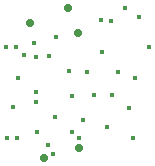
<source format=gbs>
G04*
G04 #@! TF.GenerationSoftware,Altium Limited,Altium Designer,22.2.1 (43)*
G04*
G04 Layer_Color=16711935*
%FSLAX44Y44*%
%MOMM*%
G71*
G04*
G04 #@! TF.SameCoordinates,55AAE711-CEB4-47FC-94B9-92884521197F*
G04*
G04*
G04 #@! TF.FilePolarity,Negative*
G04*
G01*
G75*
%ADD39C,0.4100*%
%ADD40C,0.7100*%
D39*
X27000Y102000D02*
D03*
X18500Y101500D02*
D03*
X28500Y76000D02*
D03*
X34000Y95500D02*
D03*
X42500Y105000D02*
D03*
X54500Y94000D02*
D03*
X43500Y93000D02*
D03*
X71500Y81500D02*
D03*
X122450Y50154D02*
D03*
X43700Y55500D02*
D03*
X80500Y24500D02*
D03*
X74000Y29500D02*
D03*
X87000Y81000D02*
D03*
X128000Y76000D02*
D03*
X61000Y110500D02*
D03*
X24500Y51000D02*
D03*
X98544Y124794D02*
D03*
X113500Y80500D02*
D03*
X139500Y101500D02*
D03*
X104000Y34000D02*
D03*
X131000Y127000D02*
D03*
X119000Y135000D02*
D03*
X74500Y60500D02*
D03*
X43700Y63500D02*
D03*
X125500Y25000D02*
D03*
X108500Y61500D02*
D03*
X54000Y18500D02*
D03*
X58000Y11500D02*
D03*
X84000Y40000D02*
D03*
X60000Y42500D02*
D03*
X93000Y61500D02*
D03*
X19000Y25000D02*
D03*
X45000Y29500D02*
D03*
X27500Y25000D02*
D03*
X99500Y97500D02*
D03*
X107000Y123500D02*
D03*
D40*
X39000Y122000D02*
D03*
X70500Y134750D02*
D03*
X80500Y16000D02*
D03*
X79500Y113500D02*
D03*
X50806Y8000D02*
D03*
M02*

</source>
